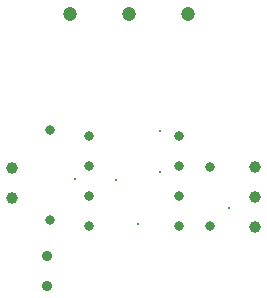
<source format=gbr>
%TF.GenerationSoftware,KiCad,Pcbnew,9.0.6*%
%TF.CreationDate,2026-01-06T18:42:53+05:30*%
%TF.ProjectId,Servo Motor Tester,53657276-6f20-44d6-9f74-6f7220546573,rev?*%
%TF.SameCoordinates,Original*%
%TF.FileFunction,Plated,1,2,PTH,Drill*%
%TF.FilePolarity,Positive*%
%FSLAX46Y46*%
G04 Gerber Fmt 4.6, Leading zero omitted, Abs format (unit mm)*
G04 Created by KiCad (PCBNEW 9.0.6) date 2026-01-06 18:42:53*
%MOMM*%
%LPD*%
G01*
G04 APERTURE LIST*
%TA.AperFunction,ViaDrill*%
%ADD10C,0.300000*%
%TD*%
%TA.AperFunction,ComponentDrill*%
%ADD11C,0.800000*%
%TD*%
%TA.AperFunction,ComponentDrill*%
%ADD12C,0.900000*%
%TD*%
%TA.AperFunction,ComponentDrill*%
%ADD13C,1.000000*%
%TD*%
%TA.AperFunction,ComponentDrill*%
%ADD14C,1.200000*%
%TD*%
G04 APERTURE END LIST*
D10*
X129420000Y-98520000D03*
X132910000Y-98530000D03*
X134720000Y-102300000D03*
X136610000Y-97880000D03*
X136630000Y-94420000D03*
X142420000Y-100940000D03*
D11*
%TO.C,D2*%
X127290000Y-94370000D03*
X127290000Y-101990000D03*
%TO.C,U1*%
X130630000Y-94840000D03*
X130630000Y-97380000D03*
X130630000Y-99920000D03*
X130630000Y-102460000D03*
X138250000Y-94840000D03*
X138250000Y-97380000D03*
X138250000Y-99920000D03*
X138250000Y-102460000D03*
%TO.C,C1*%
X140880000Y-97430000D03*
X140880000Y-102430000D03*
D12*
%TO.C,D1*%
X127070000Y-104970000D03*
X127070000Y-107510000D03*
D13*
%TO.C,J1*%
X124100000Y-97570000D03*
X124100000Y-100110000D03*
%TO.C,J2*%
X144620000Y-97500000D03*
X144620000Y-100040000D03*
X144620000Y-102580000D03*
D14*
%TO.C,RV1*%
X129000000Y-84550000D03*
X134000000Y-84550000D03*
X139000000Y-84550000D03*
M02*

</source>
